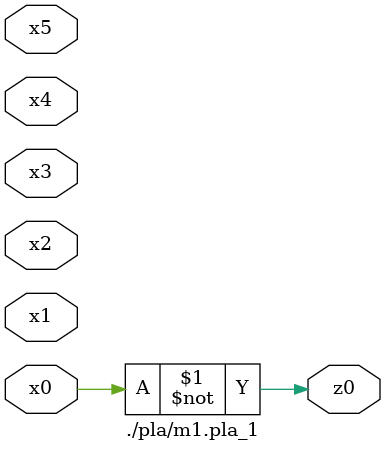
<source format=v>

module \./pla/m1.pla_1  ( 
    x0, x1, x2, x3, x4, x5,
    z0  );
  input  x0, x1, x2, x3, x4, x5;
  output z0;
  assign z0 = ~x0;
endmodule



</source>
